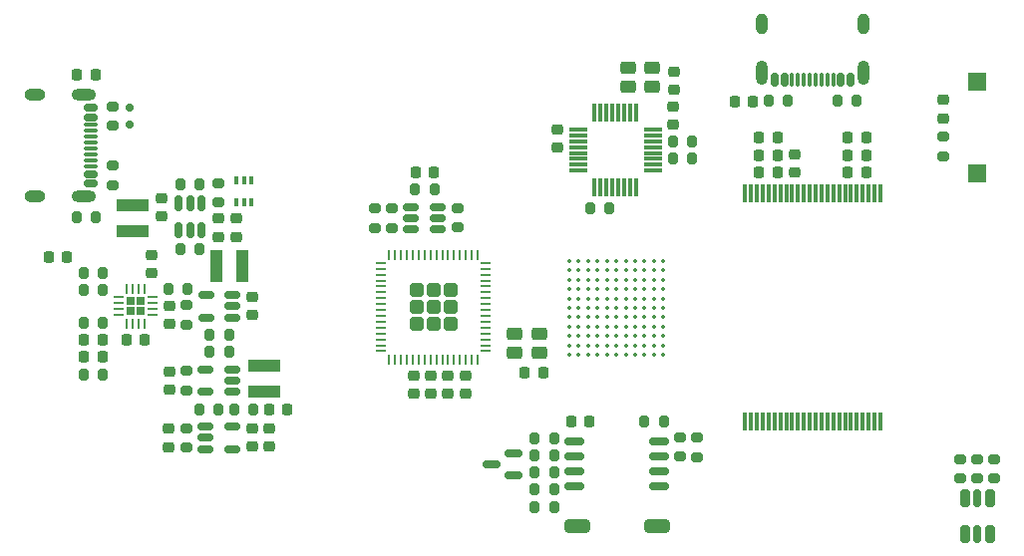
<source format=gbr>
%TF.GenerationSoftware,KiCad,Pcbnew,9.0.3*%
%TF.CreationDate,2025-11-22T18:35:30-05:00*%
%TF.ProjectId,SeedSBC_rev2_0,53656564-5342-4435-9f72-6576325f302e,rev?*%
%TF.SameCoordinates,Original*%
%TF.FileFunction,Paste,Top*%
%TF.FilePolarity,Positive*%
%FSLAX46Y46*%
G04 Gerber Fmt 4.6, Leading zero omitted, Abs format (unit mm)*
G04 Created by KiCad (PCBNEW 9.0.3) date 2025-11-22 18:35:30*
%MOMM*%
%LPD*%
G01*
G04 APERTURE LIST*
G04 Aperture macros list*
%AMRoundRect*
0 Rectangle with rounded corners*
0 $1 Rounding radius*
0 $2 $3 $4 $5 $6 $7 $8 $9 X,Y pos of 4 corners*
0 Add a 4 corners polygon primitive as box body*
4,1,4,$2,$3,$4,$5,$6,$7,$8,$9,$2,$3,0*
0 Add four circle primitives for the rounded corners*
1,1,$1+$1,$2,$3*
1,1,$1+$1,$4,$5*
1,1,$1+$1,$6,$7*
1,1,$1+$1,$8,$9*
0 Add four rect primitives between the rounded corners*
20,1,$1+$1,$2,$3,$4,$5,0*
20,1,$1+$1,$4,$5,$6,$7,0*
20,1,$1+$1,$6,$7,$8,$9,0*
20,1,$1+$1,$8,$9,$2,$3,0*%
G04 Aperture macros list end*
%ADD10RoundRect,0.200000X0.275000X-0.200000X0.275000X0.200000X-0.275000X0.200000X-0.275000X-0.200000X0*%
%ADD11RoundRect,0.200000X0.200000X0.275000X-0.200000X0.275000X-0.200000X-0.275000X0.200000X-0.275000X0*%
%ADD12RoundRect,0.200000X-0.275000X0.200000X-0.275000X-0.200000X0.275000X-0.200000X0.275000X0.200000X0*%
%ADD13RoundRect,0.250000X-0.400000X-0.300000X0.400000X-0.300000X0.400000X0.300000X-0.400000X0.300000X0*%
%ADD14RoundRect,0.225000X-0.225000X-0.250000X0.225000X-0.250000X0.225000X0.250000X-0.225000X0.250000X0*%
%ADD15RoundRect,0.218750X-0.256250X0.218750X-0.256250X-0.218750X0.256250X-0.218750X0.256250X0.218750X0*%
%ADD16RoundRect,0.225000X-0.250000X0.225000X-0.250000X-0.225000X0.250000X-0.225000X0.250000X0.225000X0*%
%ADD17RoundRect,0.200000X-0.200000X-0.275000X0.200000X-0.275000X0.200000X0.275000X-0.200000X0.275000X0*%
%ADD18RoundRect,0.150000X0.512500X0.150000X-0.512500X0.150000X-0.512500X-0.150000X0.512500X-0.150000X0*%
%ADD19C,0.350000*%
%ADD20RoundRect,0.150000X-0.200000X0.150000X-0.200000X-0.150000X0.200000X-0.150000X0.200000X0.150000X0*%
%ADD21RoundRect,0.225000X0.250000X-0.225000X0.250000X0.225000X-0.250000X0.225000X-0.250000X-0.225000X0*%
%ADD22RoundRect,0.225000X0.225000X0.250000X-0.225000X0.250000X-0.225000X-0.250000X0.225000X-0.250000X0*%
%ADD23RoundRect,0.150000X0.587500X0.150000X-0.587500X0.150000X-0.587500X-0.150000X0.587500X-0.150000X0*%
%ADD24RoundRect,0.150000X-0.425000X0.150000X-0.425000X-0.150000X0.425000X-0.150000X0.425000X0.150000X0*%
%ADD25RoundRect,0.075000X-0.500000X0.075000X-0.500000X-0.075000X0.500000X-0.075000X0.500000X0.075000X0*%
%ADD26O,2.100000X1.000000*%
%ADD27O,1.800000X1.000000*%
%ADD28R,1.000000X2.700000*%
%ADD29R,2.700000X1.000000*%
%ADD30RoundRect,0.150000X0.150000X0.425000X-0.150000X0.425000X-0.150000X-0.425000X0.150000X-0.425000X0*%
%ADD31RoundRect,0.075000X0.075000X0.500000X-0.075000X0.500000X-0.075000X-0.500000X0.075000X-0.500000X0*%
%ADD32O,1.000000X2.100000*%
%ADD33O,1.000000X1.800000*%
%ADD34RoundRect,0.218750X0.218750X0.256250X-0.218750X0.256250X-0.218750X-0.256250X0.218750X-0.256250X0*%
%ADD35RoundRect,0.250000X0.400000X0.300000X-0.400000X0.300000X-0.400000X-0.300000X0.400000X-0.300000X0*%
%ADD36R,1.500000X1.500000*%
%ADD37RoundRect,0.075000X0.075000X-0.712500X0.075000X0.712500X-0.075000X0.712500X-0.075000X-0.712500X0*%
%ADD38RoundRect,0.150000X-0.512500X-0.150000X0.512500X-0.150000X0.512500X0.150000X-0.512500X0.150000X0*%
%ADD39RoundRect,0.035000X-0.745000X-0.105000X0.745000X-0.105000X0.745000X0.105000X-0.745000X0.105000X0*%
%ADD40RoundRect,0.035000X-0.105000X-0.745000X0.105000X-0.745000X0.105000X0.745000X-0.105000X0.745000X0*%
%ADD41RoundRect,0.150000X0.150000X-0.512500X0.150000X0.512500X-0.150000X0.512500X-0.150000X-0.512500X0*%
%ADD42RoundRect,0.162500X-0.650000X-0.162500X0.650000X-0.162500X0.650000X0.162500X-0.650000X0.162500X0*%
%ADD43RoundRect,0.100000X-0.100000X0.225000X-0.100000X-0.225000X0.100000X-0.225000X0.100000X0.225000X0*%
%ADD44RoundRect,0.250000X-0.335000X-0.335000X0.335000X-0.335000X0.335000X0.335000X-0.335000X0.335000X0*%
%ADD45RoundRect,0.062500X-0.337500X-0.062500X0.337500X-0.062500X0.337500X0.062500X-0.337500X0.062500X0*%
%ADD46RoundRect,0.062500X-0.062500X-0.337500X0.062500X-0.337500X0.062500X0.337500X-0.062500X0.337500X0*%
%ADD47RoundRect,0.250000X0.830000X0.310000X-0.830000X0.310000X-0.830000X-0.310000X0.830000X-0.310000X0*%
%ADD48RoundRect,0.182500X-0.182500X-0.182500X0.182500X-0.182500X0.182500X0.182500X-0.182500X0.182500X0*%
%ADD49RoundRect,0.062500X-0.350000X-0.062500X0.350000X-0.062500X0.350000X0.062500X-0.350000X0.062500X0*%
%ADD50RoundRect,0.062500X-0.062500X-0.350000X0.062500X-0.350000X0.062500X0.350000X-0.062500X0.350000X0*%
%ADD51RoundRect,0.160000X0.240000X-0.565000X0.240000X0.565000X-0.240000X0.565000X-0.240000X-0.565000X0*%
%ADD52RoundRect,0.120000X0.180000X-0.605000X0.180000X0.605000X-0.180000X0.605000X-0.180000X-0.605000X0*%
G04 APERTURE END LIST*
D10*
%TO.C,R21*%
X117000000Y-101810000D03*
X117000000Y-100160000D03*
%TD*%
D11*
%TO.C,R14*%
X152930000Y-91930000D03*
X151280000Y-91930000D03*
%TD*%
D12*
%TO.C,R54*%
X116974100Y-110635500D03*
X116974100Y-112285500D03*
%TD*%
D13*
%TO.C,Y2*%
X144850000Y-104230000D03*
X146950000Y-104230000D03*
X146950000Y-102580000D03*
X144850000Y-102580000D03*
%TD*%
D14*
%TO.C,C41*%
X173160000Y-87410000D03*
X174710000Y-87410000D03*
%TD*%
D11*
%TO.C,R25*%
X159930000Y-86260000D03*
X158280000Y-86260000D03*
%TD*%
D15*
%TO.C,L6*%
X122562500Y-110622500D03*
X122562500Y-112197500D03*
%TD*%
D16*
%TO.C,C61*%
X148480000Y-85221180D03*
X148480000Y-86771180D03*
%TD*%
D17*
%TO.C,R8*%
X118957500Y-104155000D03*
X120607500Y-104155000D03*
%TD*%
%TO.C,R1*%
X107675000Y-92660000D03*
X109325000Y-92660000D03*
%TD*%
D12*
%TO.C,R31*%
X181300000Y-85875000D03*
X181300000Y-87525000D03*
%TD*%
D14*
%TO.C,C60*%
X136447500Y-88880000D03*
X137997500Y-88880000D03*
%TD*%
D16*
%TO.C,C40*%
X137750000Y-106130000D03*
X137750000Y-107680000D03*
%TD*%
D12*
%TO.C,R50*%
X132990000Y-91945000D03*
X132990000Y-93595000D03*
%TD*%
D14*
%TO.C,C45*%
X105320000Y-96070000D03*
X106870000Y-96070000D03*
%TD*%
D18*
%TO.C,U11*%
X120937500Y-101210000D03*
X120937500Y-100260000D03*
X120937500Y-99310000D03*
X118662500Y-99310000D03*
X118662500Y-101210000D03*
%TD*%
D12*
%TO.C,R38*%
X119740000Y-89805000D03*
X119740000Y-91455000D03*
%TD*%
D19*
%TO.C,U2*%
X149500000Y-96400000D03*
X150300000Y-96400000D03*
X151100000Y-96400000D03*
X151900000Y-96400000D03*
X152700000Y-96400000D03*
X153500000Y-96400000D03*
X154300000Y-96400000D03*
X155100000Y-96400000D03*
X155900000Y-96400000D03*
X156700000Y-96400000D03*
X157500000Y-96400000D03*
X149500000Y-97200000D03*
X150300000Y-97200000D03*
X151100000Y-97200000D03*
X151900000Y-97200000D03*
X152700000Y-97200000D03*
X153500000Y-97200000D03*
X154300000Y-97200000D03*
X155100000Y-97200000D03*
X155900000Y-97200000D03*
X156700000Y-97200000D03*
X157500000Y-97200000D03*
X149500000Y-98000000D03*
X150300000Y-98000000D03*
X151100000Y-98000000D03*
X151900000Y-98000000D03*
X152700000Y-98000000D03*
X153500000Y-98000000D03*
X154300000Y-98000000D03*
X155100000Y-98000000D03*
X155900000Y-98000000D03*
X156700000Y-98000000D03*
X157500000Y-98000000D03*
X149500000Y-98800000D03*
X150300000Y-98800000D03*
X151100000Y-98800000D03*
X151900000Y-98800000D03*
X152700000Y-98800000D03*
X153500000Y-98800000D03*
X154300000Y-98800000D03*
X155100000Y-98800000D03*
X155900000Y-98800000D03*
X156700000Y-98800000D03*
X157500000Y-98800000D03*
X149500000Y-99600000D03*
X150300000Y-99600000D03*
X151100000Y-99600000D03*
X151900000Y-99600000D03*
X152700000Y-99600000D03*
X153500000Y-99600000D03*
X154300000Y-99600000D03*
X155100000Y-99600000D03*
X155900000Y-99600000D03*
X156700000Y-99600000D03*
X157500000Y-99600000D03*
X149500000Y-100400000D03*
X150300000Y-100400000D03*
X151100000Y-100400000D03*
X151900000Y-100400000D03*
X152700000Y-100400000D03*
X153500000Y-100400000D03*
X154300000Y-100400000D03*
X155100000Y-100400000D03*
X155900000Y-100400000D03*
X156700000Y-100400000D03*
X157500000Y-100400000D03*
X149500000Y-101200000D03*
X150300000Y-101200000D03*
X151100000Y-101200000D03*
X151900000Y-101200000D03*
X152700000Y-101200000D03*
X153500000Y-101200000D03*
X154300000Y-101200000D03*
X155100000Y-101200000D03*
X155900000Y-101200000D03*
X156700000Y-101200000D03*
X157500000Y-101200000D03*
X149500000Y-102000000D03*
X150300000Y-102000000D03*
X151100000Y-102000000D03*
X151900000Y-102000000D03*
X152700000Y-102000000D03*
X153500000Y-102000000D03*
X154300000Y-102000000D03*
X155100000Y-102000000D03*
X155900000Y-102000000D03*
X156700000Y-102000000D03*
X157500000Y-102000000D03*
X149500000Y-102800000D03*
X150300000Y-102800000D03*
X151100000Y-102800000D03*
X151900000Y-102800000D03*
X152700000Y-102800000D03*
X153500000Y-102800000D03*
X154300000Y-102800000D03*
X155100000Y-102800000D03*
X155900000Y-102800000D03*
X156700000Y-102800000D03*
X157500000Y-102800000D03*
X149500000Y-103600000D03*
X150300000Y-103600000D03*
X151100000Y-103600000D03*
X151900000Y-103600000D03*
X152700000Y-103600000D03*
X153500000Y-103600000D03*
X154300000Y-103600000D03*
X155100000Y-103600000D03*
X155900000Y-103600000D03*
X156700000Y-103600000D03*
X157500000Y-103600000D03*
X149500000Y-104400000D03*
X150300000Y-104400000D03*
X151100000Y-104400000D03*
X151900000Y-104400000D03*
X152700000Y-104400000D03*
X153500000Y-104400000D03*
X154300000Y-104400000D03*
X155100000Y-104400000D03*
X155900000Y-104400000D03*
X156700000Y-104400000D03*
X157500000Y-104400000D03*
%TD*%
D20*
%TO.C,D1*%
X112140000Y-84810000D03*
X112140000Y-83410000D03*
%TD*%
D10*
%TO.C,R29*%
X117000000Y-107405000D03*
X117000000Y-105755000D03*
%TD*%
D12*
%TO.C,R32*%
X182690000Y-113255000D03*
X182690000Y-114905000D03*
%TD*%
D14*
%TO.C,C56*%
X173160000Y-88870000D03*
X174710000Y-88870000D03*
%TD*%
D17*
%TO.C,R4*%
X115450000Y-98780000D03*
X117100000Y-98780000D03*
%TD*%
D21*
%TO.C,C64*%
X114070000Y-97430000D03*
X114070000Y-95880000D03*
%TD*%
D16*
%TO.C,C8*%
X115514100Y-110685500D03*
X115514100Y-112235500D03*
%TD*%
D22*
%TO.C,C67*%
X165080000Y-82840000D03*
X163530000Y-82840000D03*
%TD*%
D12*
%TO.C,R34*%
X184150000Y-113250000D03*
X184150000Y-114900000D03*
%TD*%
D21*
%TO.C,C10*%
X124024100Y-112195500D03*
X124024100Y-110645500D03*
%TD*%
D17*
%TO.C,R13*%
X118070000Y-109010000D03*
X119720000Y-109010000D03*
%TD*%
D18*
%TO.C,U7*%
X138365000Y-93720000D03*
X138365000Y-92770000D03*
X138365000Y-91820000D03*
X136090000Y-91820000D03*
X136090000Y-92770000D03*
X136090000Y-93720000D03*
%TD*%
D11*
%TO.C,R36*%
X148225000Y-112930000D03*
X146575000Y-112930000D03*
%TD*%
%TO.C,R42*%
X148225000Y-111470000D03*
X146575000Y-111470000D03*
%TD*%
D12*
%TO.C,R49*%
X134450000Y-91945000D03*
X134450000Y-93595000D03*
%TD*%
D22*
%TO.C,C33*%
X167185000Y-87410000D03*
X165635000Y-87410000D03*
%TD*%
D23*
%TO.C,Q2*%
X144755000Y-114630000D03*
X144755000Y-112730000D03*
X142880000Y-113680000D03*
%TD*%
D24*
%TO.C,J6*%
X108895000Y-83416000D03*
X108895000Y-84216000D03*
D25*
X108895000Y-85366000D03*
X108895000Y-86366000D03*
X108895000Y-86866000D03*
X108895000Y-87866000D03*
D24*
X108895000Y-89016000D03*
X108895000Y-89816000D03*
X108895000Y-89816000D03*
X108895000Y-89016000D03*
D25*
X108895000Y-88366000D03*
X108895000Y-87366000D03*
X108895000Y-85866000D03*
X108895000Y-84866000D03*
D24*
X108895000Y-84216000D03*
X108895000Y-83416000D03*
D26*
X108320000Y-82296000D03*
D27*
X104140000Y-82296000D03*
D26*
X108320000Y-90936000D03*
D27*
X104140000Y-90936000D03*
%TD*%
D28*
%TO.C,L1*%
X119530000Y-96815000D03*
X121730000Y-96815000D03*
%TD*%
D14*
%TO.C,C9*%
X124035000Y-109010000D03*
X125585000Y-109010000D03*
%TD*%
%TO.C,C4*%
X111890000Y-103120000D03*
X113440000Y-103120000D03*
%TD*%
D29*
%TO.C,L2*%
X123572000Y-105338000D03*
X123572000Y-107538000D03*
%TD*%
D16*
%TO.C,C42*%
X139210000Y-106130000D03*
X139210000Y-107680000D03*
%TD*%
D14*
%TO.C,C15*%
X173160000Y-85950000D03*
X174710000Y-85950000D03*
%TD*%
D11*
%TO.C,R26*%
X168090000Y-82830000D03*
X166440000Y-82830000D03*
%TD*%
%TO.C,R40*%
X148230000Y-117310000D03*
X146580000Y-117310000D03*
%TD*%
D30*
%TO.C,J7*%
X173380000Y-81020000D03*
X172580000Y-81020000D03*
D31*
X171430000Y-81020000D03*
X170430000Y-81020000D03*
X169930000Y-81020000D03*
X168930000Y-81020000D03*
D30*
X167780000Y-81020000D03*
X166980000Y-81020000D03*
X166980000Y-81020000D03*
X167780000Y-81020000D03*
D31*
X168430000Y-81020000D03*
X169430000Y-81020000D03*
X170930000Y-81020000D03*
X171930000Y-81020000D03*
D30*
X172580000Y-81020000D03*
X173380000Y-81020000D03*
D32*
X174500000Y-80445000D03*
D33*
X174500000Y-76265000D03*
D32*
X165860000Y-80445000D03*
D33*
X165860000Y-76265000D03*
%TD*%
D12*
%TO.C,R33*%
X185620000Y-113260000D03*
X185620000Y-114910000D03*
%TD*%
D16*
%TO.C,C16*%
X114880000Y-91105000D03*
X114880000Y-92655000D03*
%TD*%
D17*
%TO.C,R12*%
X121030000Y-109010000D03*
X122680000Y-109010000D03*
%TD*%
D34*
%TO.C,D6*%
X109857500Y-104590000D03*
X108282500Y-104590000D03*
%TD*%
D35*
%TO.C,Y3*%
X156580000Y-79980000D03*
X154480000Y-79980000D03*
X154480000Y-81630000D03*
X156580000Y-81630000D03*
%TD*%
D18*
%TO.C,U1*%
X120910000Y-107530000D03*
X120910000Y-106580000D03*
X120910000Y-105630000D03*
X118635000Y-105630000D03*
X118635000Y-107530000D03*
%TD*%
D36*
%TO.C,SW1*%
X184150000Y-81190000D03*
X184150000Y-88990000D03*
%TD*%
D11*
%TO.C,R48*%
X138047500Y-90340000D03*
X136397500Y-90340000D03*
%TD*%
D16*
%TO.C,C7*%
X115540000Y-105800000D03*
X115540000Y-107350000D03*
%TD*%
D11*
%TO.C,R5*%
X109888000Y-97400000D03*
X108238000Y-97400000D03*
%TD*%
D16*
%TO.C,C6*%
X122577500Y-99475000D03*
X122577500Y-101025000D03*
%TD*%
D37*
%TO.C,U6*%
X164430000Y-110017500D03*
X164930000Y-110017500D03*
X165430000Y-110017500D03*
X165930000Y-110017500D03*
X166430000Y-110017500D03*
X166930000Y-110017500D03*
X167430000Y-110017500D03*
X167930000Y-110017500D03*
X168430000Y-110017500D03*
X168930000Y-110017500D03*
X169430000Y-110017500D03*
X169930000Y-110017500D03*
X170430000Y-110017500D03*
X170930000Y-110017500D03*
X171430000Y-110017500D03*
X171930000Y-110017500D03*
X172430000Y-110017500D03*
X172930000Y-110017500D03*
X173430000Y-110017500D03*
X173930000Y-110017500D03*
X174430000Y-110017500D03*
X174930000Y-110017500D03*
X175430000Y-110017500D03*
X175930000Y-110017500D03*
X175930000Y-90642500D03*
X175430000Y-90642500D03*
X174930000Y-90642500D03*
X174430000Y-90642500D03*
X173930000Y-90642500D03*
X173430000Y-90642500D03*
X172930000Y-90642500D03*
X172430000Y-90642500D03*
X171930000Y-90642500D03*
X171430000Y-90642500D03*
X170930000Y-90642500D03*
X170430000Y-90642500D03*
X169930000Y-90642500D03*
X169430000Y-90642500D03*
X168930000Y-90642500D03*
X168430000Y-90642500D03*
X167930000Y-90642500D03*
X167430000Y-90642500D03*
X166930000Y-90642500D03*
X166430000Y-90642500D03*
X165930000Y-90642500D03*
X165430000Y-90642500D03*
X164930000Y-90642500D03*
X164430000Y-90642500D03*
%TD*%
D16*
%TO.C,C34*%
X119740000Y-92810000D03*
X119740000Y-94360000D03*
%TD*%
D17*
%TO.C,R55*%
X116480000Y-95440000D03*
X118130000Y-95440000D03*
%TD*%
D38*
%TO.C,U10*%
X118642500Y-110487500D03*
X118642500Y-111437500D03*
X118642500Y-112387500D03*
X120917500Y-112387500D03*
X120917500Y-110487500D03*
%TD*%
D16*
%TO.C,C43*%
X140670000Y-106130000D03*
X140670000Y-107680000D03*
%TD*%
D17*
%TO.C,R6*%
X108240000Y-106050000D03*
X109890000Y-106050000D03*
%TD*%
D39*
%TO.C,U5*%
X150236000Y-85245000D03*
X150236000Y-85745000D03*
X150236000Y-86245000D03*
X150236000Y-86745000D03*
X150236000Y-87245000D03*
X150236000Y-87745000D03*
X150236000Y-88245000D03*
X150236000Y-88745000D03*
D40*
X151666000Y-90175000D03*
X152166000Y-90175000D03*
X152666000Y-90175000D03*
X153166000Y-90175000D03*
X153666000Y-90175000D03*
X154166000Y-90175000D03*
X154666000Y-90175000D03*
X155166000Y-90175000D03*
D39*
X156596000Y-88745000D03*
X156596000Y-88245000D03*
X156596000Y-87745000D03*
X156596000Y-87245000D03*
X156596000Y-86745000D03*
X156596000Y-86245000D03*
X156596000Y-85745000D03*
X156596000Y-85245000D03*
D40*
X155166000Y-83815000D03*
X154666000Y-83815000D03*
X154166000Y-83815000D03*
X153666000Y-83815000D03*
X153166000Y-83815000D03*
X152666000Y-83815000D03*
X152166000Y-83815000D03*
X151666000Y-83815000D03*
%TD*%
D11*
%TO.C,R41*%
X148225000Y-115850000D03*
X146575000Y-115850000D03*
%TD*%
D17*
%TO.C,R22*%
X155897500Y-110025000D03*
X157547500Y-110025000D03*
%TD*%
D41*
%TO.C,U4*%
X116360000Y-93795000D03*
X117310000Y-93795000D03*
X118260000Y-93795000D03*
X118260000Y-91520000D03*
X117310000Y-91520000D03*
X116360000Y-91520000D03*
%TD*%
D17*
%TO.C,R7*%
X108240000Y-101660000D03*
X109890000Y-101660000D03*
%TD*%
D15*
%TO.C,L4*%
X168620000Y-87340000D03*
X168620000Y-88915000D03*
%TD*%
D42*
%TO.C,U3*%
X149942500Y-111755000D03*
X149942500Y-113025000D03*
X149942500Y-114295000D03*
X149942500Y-115565000D03*
X157117500Y-115565000D03*
X157117500Y-114295000D03*
X157117500Y-113025000D03*
X157117500Y-111755000D03*
%TD*%
D14*
%TO.C,C3*%
X107720000Y-80570000D03*
X109270000Y-80570000D03*
%TD*%
D43*
%TO.C,U12*%
X122520000Y-89560000D03*
X121870000Y-89560000D03*
X121220000Y-89560000D03*
X121220000Y-91460000D03*
X121870000Y-91460000D03*
X122520000Y-91460000D03*
%TD*%
D22*
%TO.C,C39*%
X167185000Y-88870000D03*
X165635000Y-88870000D03*
%TD*%
D11*
%TO.C,R9*%
X120607500Y-102695000D03*
X118957500Y-102695000D03*
%TD*%
D10*
%TO.C,R16*%
X160377500Y-113065000D03*
X160377500Y-111415000D03*
%TD*%
%TO.C,R18*%
X158917500Y-113055000D03*
X158917500Y-111405000D03*
%TD*%
%TO.C,R10*%
X110710000Y-84920000D03*
X110710000Y-83270000D03*
%TD*%
D44*
%TO.C,U8*%
X136520000Y-98880000D03*
X136520000Y-100330000D03*
X136520000Y-101780000D03*
X137970000Y-98880000D03*
X137970000Y-100330000D03*
X137970000Y-101780000D03*
X139420000Y-98880000D03*
X139420000Y-100330000D03*
X139420000Y-101780000D03*
D45*
X133520000Y-96580000D03*
X133520000Y-97080000D03*
X133520000Y-97580000D03*
X133520000Y-98080000D03*
X133520000Y-98580000D03*
X133520000Y-99080000D03*
X133520000Y-99580000D03*
X133520000Y-100080000D03*
X133520000Y-100580000D03*
X133520000Y-101080000D03*
X133520000Y-101580000D03*
X133520000Y-102080000D03*
X133520000Y-102580000D03*
X133520000Y-103080000D03*
X133520000Y-103580000D03*
X133520000Y-104080000D03*
D46*
X134220000Y-104780000D03*
X134720000Y-104780000D03*
X135220000Y-104780000D03*
X135720000Y-104780000D03*
X136220000Y-104780000D03*
X136720000Y-104780000D03*
X137220000Y-104780000D03*
X137720000Y-104780000D03*
X138220000Y-104780000D03*
X138720000Y-104780000D03*
X139220000Y-104780000D03*
X139720000Y-104780000D03*
X140220000Y-104780000D03*
X140720000Y-104780000D03*
X141220000Y-104780000D03*
X141720000Y-104780000D03*
D45*
X142420000Y-104080000D03*
X142420000Y-103580000D03*
X142420000Y-103080000D03*
X142420000Y-102580000D03*
X142420000Y-102080000D03*
X142420000Y-101580000D03*
X142420000Y-101080000D03*
X142420000Y-100580000D03*
X142420000Y-100080000D03*
X142420000Y-99580000D03*
X142420000Y-99080000D03*
X142420000Y-98580000D03*
X142420000Y-98080000D03*
X142420000Y-97580000D03*
X142420000Y-97080000D03*
X142420000Y-96580000D03*
D46*
X141720000Y-95880000D03*
X141220000Y-95880000D03*
X140720000Y-95880000D03*
X140220000Y-95880000D03*
X139720000Y-95880000D03*
X139220000Y-95880000D03*
X138720000Y-95880000D03*
X138220000Y-95880000D03*
X137720000Y-95880000D03*
X137220000Y-95880000D03*
X136720000Y-95880000D03*
X136220000Y-95880000D03*
X135720000Y-95880000D03*
X135220000Y-95880000D03*
X134720000Y-95880000D03*
X134220000Y-95880000D03*
%TD*%
D29*
%TO.C,L3*%
X112400000Y-91650000D03*
X112400000Y-93850000D03*
%TD*%
D21*
%TO.C,C66*%
X158370000Y-81855000D03*
X158370000Y-80305000D03*
%TD*%
D47*
%TO.C,JP2*%
X156945000Y-118920000D03*
X150215000Y-118920000D03*
%TD*%
D16*
%TO.C,C38*%
X136290000Y-106130000D03*
X136290000Y-107680000D03*
%TD*%
D17*
%TO.C,R27*%
X172270000Y-82830000D03*
X173920000Y-82830000D03*
%TD*%
D11*
%TO.C,R53*%
X109890000Y-98860000D03*
X108240000Y-98860000D03*
%TD*%
D10*
%TO.C,R37*%
X140010000Y-93575000D03*
X140010000Y-91925000D03*
%TD*%
D16*
%TO.C,C5*%
X115530000Y-100210000D03*
X115530000Y-101760000D03*
%TD*%
D14*
%TO.C,C14*%
X145740000Y-105890000D03*
X147290000Y-105890000D03*
%TD*%
D21*
%TO.C,C68*%
X158360000Y-84825000D03*
X158360000Y-83275000D03*
%TD*%
D12*
%TO.C,R11*%
X110720000Y-88310000D03*
X110720000Y-89960000D03*
%TD*%
D48*
%TO.C,U9*%
X112250000Y-99840000D03*
X112250000Y-100680000D03*
X113090000Y-99840000D03*
X113090000Y-100680000D03*
D49*
X111207500Y-99510000D03*
X111207500Y-100010000D03*
X111207500Y-100510000D03*
X111207500Y-101010000D03*
D50*
X111920000Y-101722500D03*
X112420000Y-101722500D03*
X112920000Y-101722500D03*
X113420000Y-101722500D03*
D49*
X114132500Y-101010000D03*
X114132500Y-100510000D03*
X114132500Y-100010000D03*
X114132500Y-99510000D03*
D50*
X113420000Y-98797500D03*
X112920000Y-98797500D03*
X112420000Y-98797500D03*
X111920000Y-98797500D03*
%TD*%
D22*
%TO.C,C55*%
X167185000Y-85940000D03*
X165635000Y-85940000D03*
%TD*%
D17*
%TO.C,R39*%
X116490000Y-89880000D03*
X118140000Y-89880000D03*
%TD*%
D34*
%TO.C,D2*%
X109855000Y-103130000D03*
X108280000Y-103130000D03*
%TD*%
D11*
%TO.C,R17*%
X148220000Y-114390000D03*
X146570000Y-114390000D03*
%TD*%
D51*
%TO.C,D3*%
X183100000Y-119635000D03*
D52*
X184150000Y-119635000D03*
D51*
X185200000Y-119635000D03*
X185200000Y-116585000D03*
D52*
X184150000Y-116585000D03*
D51*
X183100000Y-116585000D03*
%TD*%
D11*
%TO.C,R15*%
X159930000Y-87720000D03*
X158280000Y-87720000D03*
%TD*%
D16*
%TO.C,C35*%
X121200000Y-92810000D03*
X121200000Y-94360000D03*
%TD*%
D34*
%TO.C,D4*%
X151220000Y-110030000D03*
X149645000Y-110030000D03*
%TD*%
D21*
%TO.C,C13*%
X181300000Y-84275000D03*
X181300000Y-82725000D03*
%TD*%
M02*

</source>
